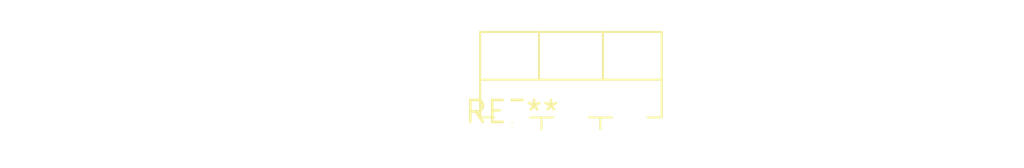
<source format=kicad_pcb>
(kicad_pcb (version 20240108) (generator pcbnew)
  (layers (0 "F.Cu" signal) (31 "B.Cu" signal) (34 "B.Paste" user) (35 "F.Paste" user) (36 "B.SilkS" user "B.Silkscreen") (37 "F.SilkS" user "F.Silkscreen") (38 "B.Mask" user) (39 "F.Mask" user) (44 "Edge.Cuts" user))
  (net 0 "")
  (footprint "TO-220F-5_P3.4x2.06mm_StaggerEven_Lead1.86mm_Vertical" (layer "F.Cu") (at 0 0)
    (property "Reference" "REF**")
    (property "Value" "TO-220F-5_P3.4x2.06mm_StaggerEven_Lead1.86mm_Vertical")
    (fp_line (start -1.85 -4.62) (end -1.85 0.321) (layer "F.SilkS") (stroke (width 0.12)))
    (fp_line (start -1.85 -4.62) (end 8.65 -4.62) (layer "F.SilkS") (stroke (width 0.12)))
    (fp_line (start -1.85 -1.861) (end 8.65 -1.861) (layer "F.SilkS") (stroke (width 0.12)))
    (fp_line (start -1.85 0.321) (end -1.05 0.321) (layer "F.SilkS") (stroke (width 0.12)))
    (fp_line (start 1.05 0.321) (end 2.369 0.321) (layer "F.SilkS") (stroke (width 0.12)))
    (fp_line (start 1.55 -4.62) (end 1.55 -1.861) (layer "F.SilkS") (stroke (width 0.12)))
    (fp_line (start 1.7 0.321) (end 1.7 0.995) (layer "F.SilkS") (stroke (width 0.12)))
    (fp_line (start 4.432 0.321) (end 5.769 0.321) (layer "F.SilkS") (stroke (width 0.12)))
    (fp_line (start 5.1 0.321) (end 5.1 0.995) (layer "F.SilkS") (stroke (width 0.12)))
    (fp_line (start 5.25 -4.62) (end 5.25 -1.861) (layer "F.SilkS") (stroke (width 0.12)))
    (fp_line (start 7.832 0.321) (end 8.65 0.321) (layer "F.SilkS") (stroke (width 0.12)))
    (fp_line (start 8.65 -4.62) (end 8.65 0.321) (layer "F.SilkS") (stroke (width 0.12)))
    (pad "1" thru_hole rect (at 0 0) (size 1.8 1.8) (drill 1.2) (layers *.Cu *.Mask) (remove_unused_layers))
    (pad "2" thru_hole oval (at 1.7 2.06) (size 1.8 1.8) (drill 1.2) (layers *.Cu *.Mask) (remove_unused_layers))
    (pad "3" thru_hole oval (at 3.4 0) (size 1.8 1.8) (drill 1.2) (layers *.Cu *.Mask) (remove_unused_layers))
    (pad "4" thru_hole oval (at 5.1 2.06) (size 1.8 1.8) (drill 1.2) (layers *.Cu *.Mask) (remove_unused_layers))
    (pad "5" thru_hole oval (at 6.8 0) (size 1.8 1.8) (drill 1.2) (layers *.Cu *.Mask) (remove_unused_layers))
  )
)
</source>
